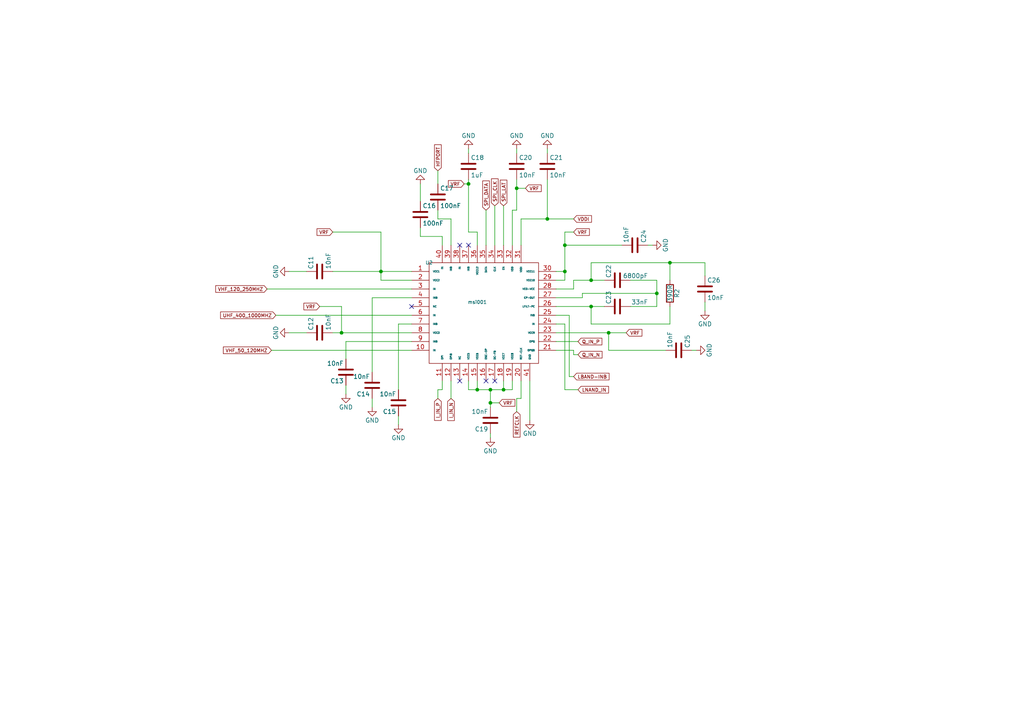
<source format=kicad_sch>
(kicad_sch (version 20211123) (generator eeschema)
  (paper "A4")
  (lib_symbols
    (symbol "Device:C" (pin_numbers hide) (pin_names (offset 0.254))
      (property "Reference" "C" (at 0.635 2.54 0))
      (property "Value" "C" (at 0.635 -2.54 0))
      (symbol "C_0_1"
        (polyline (pts (xy -2.032 -0.762) (xy 2.032 -0.762)) (stroke (width 0.508)))
        (polyline (pts (xy -2.032 0.762) (xy 2.032 0.762)) (stroke (width 0.508)))
      )
      (symbol "C_1_1"
        (pin passive line (at 0 3.81 270) (length 2.794) (name "~") (number "1"))
        (pin passive line (at 0 -3.81 90) (length 2.794) (name "~") (number "2"))
      )
    )
    (symbol "Device:R" (pin_numbers hide) (pin_names (offset 0))
      (property "Reference" "R" (at 2.032 0 90))
      (property "Value" "R" (at 0 0 90))
      (symbol "R_0_1"
        (rectangle (start -1.016 -2.54) (end 1.016 2.54) (stroke (width 0.254)))
      )
      (symbol "R_1_1"
        (pin passive line (at 0 3.81 270) (length 1.27) (name "~") (number "1"))
        (pin passive line (at 0 -3.81 90) (length 1.27) (name "~") (number "2"))
      )
    )
    (symbol "msi001:msi001" (pin_names (offset 1.016))
      (property "Reference" "U" (at 0 0 0))
      (property "Value" "msi001" (at 13.97 -11.43 0))
      (symbol "msi001_0_1"
        (rectangle (start 0 0) (end 31.75 -29.21))
      )
      (symbol "msi001_1_1"
        (pin input line (at -5.08 -2.54 0) (length 5.08) (name "VCC1") (number "1"))
        (pin input line (at -5.08 -25.4 0) (length 5.08) (name "IN") (number "10"))
        (pin input line (at 3.81 -34.29 90) (length 5.08) (name "OPI") (number "11"))
        (pin input line (at 6.35 -34.29 90) (length 5.08) (name "OPIB") (number "12"))
        (pin input line (at 8.89 -34.29 90) (length 5.08) (name "NC") (number "13"))
        (pin input line (at 11.43 -34.29 90) (length 5.08) (name "VCC5") (number "14"))
        (pin input line (at 13.97 -34.29 90) (length 5.08) (name "VCC6") (number "15"))
        (pin input line (at 16.51 -34.29 90) (length 5.08) (name "OSC-OP") (number "16"))
        (pin input line (at 19.05 -34.29 90) (length 5.08) (name "DC-FB") (number "17"))
        (pin input line (at 21.59 -34.29 90) (length 5.08) (name "VCC7") (number "18"))
        (pin input line (at 24.13 -34.29 90) (length 5.08) (name "VCC8") (number "19"))
        (pin input line (at -5.08 -5.08 0) (length 5.08) (name "VCC2") (number "2"))
        (pin input line (at 26.67 -34.29 90) (length 5.08) (name "REF-CLK") (number "20"))
        (pin input line (at 36.83 -25.4 180) (length 5.08) (name "OPQB") (number "21"))
        (pin input line (at 36.83 -22.86 180) (length 5.08) (name "OPQ") (number "22"))
        (pin input line (at 36.83 -20.32 180) (length 5.08) (name "VCC9") (number "23"))
        (pin input line (at 36.83 -17.78 180) (length 5.08) (name "IN") (number "24"))
        (pin input line (at 36.83 -15.24 180) (length 5.08) (name "INB") (number "25"))
        (pin input line (at 36.83 -12.7 180) (length 5.08) (name "LFILT-PC") (number "26"))
        (pin input line (at 36.83 -10.16 180) (length 5.08) (name "CP-OUT") (number "27"))
        (pin input line (at 36.83 -7.62 180) (length 5.08) (name "VCO-VCC") (number "28"))
        (pin input line (at 36.83 -5.08 180) (length 5.08) (name "VCC10") (number "29"))
        (pin input line (at -5.08 -7.62 0) (length 5.08) (name "IN") (number "3"))
        (pin input line (at 36.83 -2.54 180) (length 5.08) (name "VCC11") (number "30"))
        (pin input line (at 26.67 5.08 270) (length 5.08) (name "VDDI") (number "31"))
        (pin input line (at 24.13 5.08 270) (length 5.08) (name "VDD") (number "32"))
        (pin input line (at 21.59 5.08 270) (length 5.08) (name "EN") (number "33"))
        (pin input line (at 19.05 5.08 270) (length 5.08) (name "CLK") (number "34"))
        (pin input line (at 16.51 5.08 270) (length 5.08) (name "DATA") (number "35"))
        (pin input line (at 13.97 5.08 270) (length 5.08) (name "VCC12") (number "36"))
        (pin input line (at 11.43 5.08 270) (length 5.08) (name "INB") (number "37"))
        (pin input line (at 8.89 5.08 270) (length 5.08) (name "IN") (number "38"))
        (pin input line (at 6.35 5.08 270) (length 5.08) (name "INB") (number "39"))
        (pin input line (at -5.08 -10.16 0) (length 5.08) (name "INB") (number "4"))
        (pin input line (at 3.81 5.08 270) (length 5.08) (name "IN") (number "40"))
        (pin input line (at 29.21 -34.29 90) (length 5.08) (name "GND") (number "41"))
        (pin input line (at -5.08 -12.7 0) (length 5.08) (name "NC") (number "5"))
        (pin input line (at -5.08 -15.24 0) (length 5.08) (name "IN") (number "6"))
        (pin input line (at -5.08 -17.78 0) (length 5.08) (name "INB") (number "7"))
        (pin input line (at -5.08 -20.32 0) (length 5.08) (name "VCC3") (number "8"))
        (pin input line (at -5.08 -22.86 0) (length 5.08) (name "INB") (number "9"))
      )
    )
    (symbol "power:GND" (power) (pin_names (offset 0))
      (property "Value" "GND" (at 0 -3.81 0))
      (symbol "GND_0_1"
        (polyline (pts (xy 0 0) (xy 0 -1.27) (xy 1.27 -1.27) (xy 0 -2.54) (xy -1.27 -1.27) (xy 0 -1.27)))
      )
      (symbol "GND_1_1"
        (pin power_in line (at 0 0 270) (length 0) hide (name "GND") (number "1"))
      )
    )
  )
  (junction (at 99.06 96.52))
  (junction (at 163.83 78.74))
  (junction (at 194.31 76.2))
  (junction (at 158.75 63.5))
  (junction (at 142.24 116.84))
  (junction (at 163.83 71.12))
  (junction (at 110.49 78.74))
  (junction (at 171.45 81.28))
  (junction (at 146.05 113.03))
  (junction (at 176.53 96.52))
  (junction (at 135.89 53.34))
  (junction (at 142.24 113.03))
  (junction (at 149.86 54.61))
  (junction (at 171.45 88.9))
  (junction (at 138.43 113.03))
  (junction (at 190.5 85.09))
  (no_connect (at 133.35 71.12))
  (no_connect (at 143.51 110.49))
  (no_connect (at 135.89 71.12))
  (no_connect (at 119.38 88.9))
  (no_connect (at 133.35 110.49))
  (no_connect (at 140.97 110.49))
  (wire (pts (xy 146.05 71.12) (xy 146.05 59.69)))
  (wire (pts (xy 119.38 86.36) (xy 107.95 86.36)))
  (wire (pts (xy 190.5 85.09) (xy 190.5 88.9)))
  (wire (pts (xy 161.29 96.52) (xy 176.53 96.52)))
  (wire (pts (xy 171.45 88.9) (xy 175.26 88.9)))
  (wire (pts (xy 142.24 125.73) (xy 142.24 127)))
  (wire (pts (xy 128.27 110.49) (xy 128.27 113.03)))
  (wire (pts (xy 151.13 115.57) (xy 149.86 115.57)))
  (wire (pts (xy 115.57 93.98) (xy 119.38 93.98)))
  (wire (pts (xy 110.49 78.74) (xy 119.38 78.74)))
  (wire (pts (xy 168.91 85.09) (xy 190.5 85.09)))
  (wire (pts (xy 96.52 96.52) (xy 99.06 96.52)))
  (wire (pts (xy 99.06 96.52) (xy 119.38 96.52)))
  (wire (pts (xy 135.89 110.49) (xy 135.89 113.03)))
  (wire (pts (xy 110.49 78.74) (xy 110.49 81.28)))
  (wire (pts (xy 204.47 76.2) (xy 204.47 80.01)))
  (wire (pts (xy 200.66 101.6) (xy 201.93 101.6)))
  (wire (pts (xy 152.4 54.61) (xy 149.86 54.61)))
  (wire (pts (xy 140.97 71.12) (xy 140.97 60.96)))
  (wire (pts (xy 166.37 102.87) (xy 166.37 101.6)))
  (wire (pts (xy 149.86 60.96) (xy 148.59 60.96)))
  (wire (pts (xy 121.92 58.42) (xy 121.92 53.34)))
  (wire (pts (xy 138.43 113.03) (xy 138.43 110.49)))
  (wire (pts (xy 165.1 109.22) (xy 166.37 109.22)))
  (wire (pts (xy 128.27 113.03) (xy 127 113.03)))
  (wire (pts (xy 163.83 67.31) (xy 163.83 71.12)))
  (wire (pts (xy 167.64 113.03) (xy 163.83 113.03)))
  (wire (pts (xy 121.92 68.58) (xy 121.92 66.04)))
  (wire (pts (xy 135.89 44.45) (xy 135.89 43.18)))
  (wire (pts (xy 171.45 93.98) (xy 171.45 88.9)))
  (wire (pts (xy 166.37 83.82) (xy 161.29 83.82)))
  (wire (pts (xy 151.13 71.12) (xy 151.13 63.5)))
  (wire (pts (xy 135.89 67.31) (xy 135.89 53.34)))
  (wire (pts (xy 135.89 53.34) (xy 135.89 52.07)))
  (wire (pts (xy 166.37 101.6) (xy 161.29 101.6)))
  (wire (pts (xy 153.67 121.92) (xy 153.67 110.49)))
  (wire (pts (xy 115.57 120.65) (xy 115.57 123.19)))
  (wire (pts (xy 115.57 93.98) (xy 115.57 113.03)))
  (wire (pts (xy 127 53.34) (xy 127 49.53)))
  (wire (pts (xy 161.29 91.44) (xy 165.1 91.44)))
  (wire (pts (xy 165.1 91.44) (xy 165.1 109.22)))
  (wire (pts (xy 77.47 83.82) (xy 119.38 83.82)))
  (wire (pts (xy 168.91 86.36) (xy 168.91 85.09)))
  (wire (pts (xy 138.43 113.03) (xy 142.24 113.03)))
  (wire (pts (xy 151.13 63.5) (xy 158.75 63.5)))
  (wire (pts (xy 163.83 81.28) (xy 161.29 81.28)))
  (wire (pts (xy 187.96 71.12) (xy 189.23 71.12)))
  (wire (pts (xy 171.45 81.28) (xy 175.26 81.28)))
  (wire (pts (xy 190.5 88.9) (xy 182.88 88.9)))
  (wire (pts (xy 130.81 63.5) (xy 130.81 71.12)))
  (wire (pts (xy 78.74 101.6) (xy 119.38 101.6)))
  (wire (pts (xy 92.71 88.9) (xy 99.06 88.9)))
  (wire (pts (xy 143.51 71.12) (xy 143.51 59.69)))
  (wire (pts (xy 149.86 115.57) (xy 149.86 119.38)))
  (wire (pts (xy 163.83 93.98) (xy 161.29 93.98)))
  (wire (pts (xy 194.31 93.98) (xy 171.45 93.98)))
  (wire (pts (xy 99.06 88.9) (xy 99.06 96.52)))
  (wire (pts (xy 119.38 99.06) (xy 100.33 99.06)))
  (wire (pts (xy 100.33 111.76) (xy 100.33 114.3)))
  (wire (pts (xy 149.86 52.07) (xy 149.86 54.61)))
  (wire (pts (xy 107.95 86.36) (xy 107.95 107.95)))
  (wire (pts (xy 96.52 78.74) (xy 110.49 78.74)))
  (wire (pts (xy 190.5 81.28) (xy 190.5 85.09)))
  (wire (pts (xy 166.37 81.28) (xy 171.45 81.28)))
  (wire (pts (xy 176.53 96.52) (xy 181.61 96.52)))
  (wire (pts (xy 166.37 81.28) (xy 166.37 83.82)))
  (wire (pts (xy 88.9 78.74) (xy 83.82 78.74)))
  (wire (pts (xy 194.31 76.2) (xy 204.47 76.2)))
  (wire (pts (xy 194.31 76.2) (xy 194.31 81.28)))
  (wire (pts (xy 96.52 67.31) (xy 110.49 67.31)))
  (wire (pts (xy 161.29 88.9) (xy 171.45 88.9)))
  (wire (pts (xy 146.05 110.49) (xy 146.05 113.03)))
  (wire (pts (xy 127 60.96) (xy 127 63.5)))
  (wire (pts (xy 167.64 102.87) (xy 166.37 102.87)))
  (wire (pts (xy 158.75 44.45) (xy 158.75 43.18)))
  (wire (pts (xy 110.49 67.31) (xy 110.49 78.74)))
  (wire (pts (xy 161.29 86.36) (xy 168.91 86.36)))
  (wire (pts (xy 107.95 115.57) (xy 107.95 118.11)))
  (wire (pts (xy 149.86 44.45) (xy 149.86 43.18)))
  (wire (pts (xy 204.47 87.63) (xy 204.47 90.17)))
  (wire (pts (xy 176.53 96.52) (xy 176.53 101.6)))
  (wire (pts (xy 182.88 81.28) (xy 190.5 81.28)))
  (wire (pts (xy 142.24 116.84) (xy 142.24 113.03)))
  (wire (pts (xy 148.59 60.96) (xy 148.59 71.12)))
  (wire (pts (xy 163.83 113.03) (xy 163.83 93.98)))
  (wire (pts (xy 127 113.03) (xy 127 115.57)))
  (wire (pts (xy 151.13 110.49) (xy 151.13 115.57)))
  (wire (pts (xy 138.43 67.31) (xy 135.89 67.31)))
  (wire (pts (xy 158.75 63.5) (xy 158.75 52.07)))
  (wire (pts (xy 194.31 88.9) (xy 194.31 93.98)))
  (wire (pts (xy 127 63.5) (xy 130.81 63.5)))
  (wire (pts (xy 146.05 113.03) (xy 148.59 113.03)))
  (wire (pts (xy 171.45 76.2) (xy 194.31 76.2)))
  (wire (pts (xy 138.43 71.12) (xy 138.43 67.31)))
  (wire (pts (xy 161.29 78.74) (xy 163.83 78.74)))
  (wire (pts (xy 171.45 81.28) (xy 171.45 76.2)))
  (wire (pts (xy 128.27 71.12) (xy 128.27 68.58)))
  (wire (pts (xy 163.83 78.74) (xy 163.83 81.28)))
  (wire (pts (xy 134.62 53.34) (xy 135.89 53.34)))
  (wire (pts (xy 167.64 99.06) (xy 161.29 99.06)))
  (wire (pts (xy 110.49 81.28) (xy 119.38 81.28)))
  (wire (pts (xy 88.9 96.52) (xy 83.82 96.52)))
  (wire (pts (xy 163.83 71.12) (xy 180.34 71.12)))
  (wire (pts (xy 144.78 116.84) (xy 142.24 116.84)))
  (wire (pts (xy 135.89 113.03) (xy 138.43 113.03)))
  (wire (pts (xy 166.37 67.31) (xy 163.83 67.31)))
  (wire (pts (xy 142.24 118.11) (xy 142.24 116.84)))
  (wire (pts (xy 128.27 68.58) (xy 121.92 68.58)))
  (wire (pts (xy 142.24 113.03) (xy 146.05 113.03)))
  (wire (pts (xy 176.53 101.6) (xy 193.04 101.6)))
  (wire (pts (xy 163.83 71.12) (xy 163.83 78.74)))
  (wire (pts (xy 100.33 99.06) (xy 100.33 104.14)))
  (wire (pts (xy 130.81 115.57) (xy 130.81 110.49)))
  (wire (pts (xy 119.38 91.44) (xy 80.01 91.44)))
  (wire (pts (xy 149.86 54.61) (xy 149.86 60.96)))
  (wire (pts (xy 148.59 113.03) (xy 148.59 110.49)))
  (wire (pts (xy 158.75 63.5) (xy 166.37 63.5)))
  (global_label "I_IN_N" (shape input) (at 130.81 115.57 270) (effects (font (size 0.9906 0.9906))) (property "Intersheet References" "${INTERSHEET_REFS}" (effects hide)))
  (global_label "LBAND-INB" (shape input) (at 166.37 109.22 0) (effects (font (size 0.9906 0.9906))) (property "Intersheet References" "${INTERSHEET_REFS}" (effects hide)))
  (global_label "REFCLK" (shape input) (at 149.86 119.38 270) (effects (font (size 0.9906 0.9906))) (property "Intersheet References" "${INTERSHEET_REFS}" (effects hide)))
  (global_label "Q_IN_P" (shape input) (at 167.64 99.06 0) (effects (font (size 0.9906 0.9906))) (property "Intersheet References" "${INTERSHEET_REFS}" (effects hide)))
  (global_label "SPI_DATA" (shape input) (at 140.97 60.96 90) (effects (font (size 0.9906 0.9906))) (property "Intersheet References" "${INTERSHEET_REFS}" (effects hide)))
  (global_label "VRF" (shape input) (at 181.61 96.52 0) (effects (font (size 0.9906 0.9906))) (property "Intersheet References" "${INTERSHEET_REFS}" (effects hide)))
  (global_label "VRF" (shape input) (at 166.37 67.31 0) (effects (font (size 0.9906 0.9906))) (property "Intersheet References" "${INTERSHEET_REFS}" (effects hide)))
  (global_label "UHF_400_1000MHZ" (shape input) (at 80.01 91.44 180) (effects (font (size 0.9906 0.9906))) (property "Intersheet References" "${INTERSHEET_REFS}" (effects hide)))
  (global_label "VRF" (shape input) (at 134.62 53.34 180) (effects (font (size 0.9906 0.9906))) (property "Intersheet References" "${INTERSHEET_REFS}" (effects hide)))
  (global_label "VRF" (shape input) (at 144.78 116.84 0) (effects (font (size 0.9906 0.9906))) (property "Intersheet References" "${INTERSHEET_REFS}" (effects hide)))
  (global_label "SPI_LAT" (shape input) (at 146.05 59.69 90) (effects (font (size 0.9906 0.9906))) (property "Intersheet References" "${INTERSHEET_REFS}" (effects hide)))
  (global_label "VHF_50_120MHZ" (shape input) (at 78.74 101.6 180) (effects (font (size 0.9906 0.9906))) (property "Intersheet References" "${INTERSHEET_REFS}" (effects hide)))
  (global_label "VRF" (shape input) (at 92.71 88.9 180) (effects (font (size 0.9906 0.9906))) (property "Intersheet References" "${INTERSHEET_REFS}" (effects hide)))
  (global_label "VRF" (shape input) (at 96.52 67.31 180) (effects (font (size 0.9906 0.9906))) (property "Intersheet References" "${INTERSHEET_REFS}" (effects hide)))
  (global_label "LNAND_IN" (shape input) (at 167.64 113.03 0) (effects (font (size 0.9906 0.9906))) (property "Intersheet References" "${INTERSHEET_REFS}" (effects hide)))
  (global_label "VDDI" (shape input) (at 166.37 63.5 0) (effects (font (size 0.9906 0.9906))) (property "Intersheet References" "${INTERSHEET_REFS}" (effects hide)))
  (global_label "I_IN_P" (shape input) (at 127 115.57 270) (effects (font (size 0.9906 0.9906))) (property "Intersheet References" "${INTERSHEET_REFS}" (effects hide)))
  (global_label "VRF" (shape input) (at 152.4 54.61 0) (effects (font (size 0.9906 0.9906))) (property "Intersheet References" "${INTERSHEET_REFS}" (effects hide)))
  (global_label "VHF_120_250MHZ" (shape input) (at 77.47 83.82 180) (effects (font (size 0.9906 0.9906))) (property "Intersheet References" "${INTERSHEET_REFS}" (effects hide)))
  (global_label "SPI_CLK" (shape input) (at 143.51 59.69 90) (effects (font (size 0.9906 0.9906))) (property "Intersheet References" "${INTERSHEET_REFS}" (effects hide)))
  (global_label "HFPORT" (shape input) (at 127 49.53 90) (effects (font (size 0.9906 0.9906))) (property "Intersheet References" "${INTERSHEET_REFS}" (effects hide)))
  (global_label "Q_IN_N" (shape input) (at 167.64 102.87 0) (effects (font (size 0.9906 0.9906))) (property "Intersheet References" "${INTERSHEET_REFS}" (effects hide)))
  (symbol (lib_id "power:GND") (at 83.82 78.74 270) (mirror x) (unit 1)
    (property "Reference" "#PWR19" (effects hide))
    (property "Value" "GND" (at 80.01 78.74 0))
  )
  (symbol (lib_id "Device:C") (at 92.71 78.74 90) (unit 1)
    (property "Reference" "C11" (at 90.17 78.105 0) (effects (justify left)))
    (property "Value" "10nF" (at 95.25 78.105 0) (effects (justify left)))
    (property "Footprint" "Capacitors_SMD:C_0603" (effects hide))
  )
  (symbol (lib_id "Device:C") (at 121.92 62.23 0) (unit 1)
    (property "Reference" "C16" (at 122.555 59.69 0) (effects (justify left)))
    (property "Value" "100nF" (at 122.555 64.77 0) (effects (justify left)))
    (property "Footprint" "Capacitors_SMD:C_0603" (effects hide))
  )
  (symbol (lib_id "power:GND") (at 121.92 53.34 0) (mirror x) (unit 1)
    (property "Reference" "#PWR24" (effects hide))
    (property "Value" "GND" (at 121.92 49.53 0))
  )
  (symbol (lib_id "Device:C") (at 127 57.15 0) (unit 1)
    (property "Reference" "C17" (at 127.635 54.61 0) (effects (justify left)))
    (property "Value" "100nF" (at 127.635 59.69 0) (effects (justify left)))
    (property "Footprint" "Capacitors_SMD:C_0603" (effects hide))
  )
  (symbol (lib_id "Device:C") (at 135.89 48.26 0) (unit 1)
    (property "Reference" "C18" (at 136.525 45.72 0) (effects (justify left)))
    (property "Value" "1uF" (at 136.525 50.8 0) (effects (justify left)))
    (property "Footprint" "Capacitors_SMD:C_0805" (effects hide))
  )
  (symbol (lib_id "power:GND") (at 135.89 43.18 0) (mirror x) (unit 1)
    (property "Reference" "#PWR25" (effects hide))
    (property "Value" "GND" (at 135.89 39.37 0))
  )
  (symbol (lib_id "Device:C") (at 149.86 48.26 0) (unit 1)
    (property "Reference" "C20" (at 150.495 45.72 0) (effects (justify left)))
    (property "Value" "10nF" (at 150.495 50.8 0) (effects (justify left)))
    (property "Footprint" "Capacitors_SMD:C_0603" (effects hide))
  )
  (symbol (lib_id "power:GND") (at 149.86 43.18 0) (mirror x) (unit 1)
    (property "Reference" "#PWR27" (effects hide))
    (property "Value" "GND" (at 149.86 39.37 0))
  )
  (symbol (lib_id "Device:C") (at 158.75 48.26 0) (unit 1)
    (property "Reference" "C21" (at 159.385 45.72 0) (effects (justify left)))
    (property "Value" "10nF" (at 159.385 50.8 0) (effects (justify left)))
    (property "Footprint" "Capacitors_SMD:C_0603" (effects hide))
  )
  (symbol (lib_id "power:GND") (at 158.75 43.18 0) (mirror x) (unit 1)
    (property "Reference" "#PWR29" (effects hide))
    (property "Value" "GND" (at 158.75 39.37 0))
  )
  (symbol (lib_id "Device:C") (at 184.15 71.12 270) (mirror x) (unit 1)
    (property "Reference" "C24" (at 186.69 70.485 0) (effects (justify left)))
    (property "Value" "10nF" (at 181.61 70.485 0) (effects (justify left)))
    (property "Footprint" "Capacitors_SMD:C_0603" (effects hide))
  )
  (symbol (lib_id "power:GND") (at 189.23 71.12 90) (unit 1)
    (property "Reference" "#PWR30" (effects hide))
    (property "Value" "GND" (at 193.04 71.12 0))
  )
  (symbol (lib_id "Device:C") (at 179.07 81.28 90) (unit 1)
    (property "Reference" "C22" (at 176.53 80.645 0) (effects (justify left)))
    (property "Value" "6800pF" (at 187.96 80.01 90) (effects (justify left)))
    (property "Footprint" "Capacitors_SMD:C_0603" (effects hide))
  )
  (symbol (lib_id "Device:C") (at 179.07 88.9 90) (unit 1)
    (property "Reference" "C23" (at 176.53 88.265 0) (effects (justify left)))
    (property "Value" "33nF" (at 187.96 87.63 90) (effects (justify left)))
    (property "Footprint" "Capacitors_SMD:C_0603" (effects hide))
  )
  (symbol (lib_id "Device:C") (at 204.47 83.82 0) (unit 1)
    (property "Reference" "C26" (at 205.105 81.28 0) (effects (justify left)))
    (property "Value" "10nF" (at 205.105 86.36 0) (effects (justify left)))
    (property "Footprint" "Capacitors_SMD:C_0603" (effects hide))
  )
  (symbol (lib_id "Device:R") (at 194.31 85.09 0) (unit 1)
    (property "Reference" "R2" (at 196.342 85.09 90))
    (property "Value" "390R" (at 194.31 85.09 90))
    (property "Footprint" "Resistors_SMD:R_0603" (effects hide))
  )
  (symbol (lib_id "power:GND") (at 204.47 90.17 0) (unit 1)
    (property "Reference" "#PWR32" (effects hide))
    (property "Value" "GND" (at 204.47 93.98 0))
  )
  (symbol (lib_id "Device:C") (at 196.85 101.6 270) (mirror x) (unit 1)
    (property "Reference" "C25" (at 199.39 100.965 0) (effects (justify left)))
    (property "Value" "10nF" (at 194.31 100.965 0) (effects (justify left)))
    (property "Footprint" "Capacitors_SMD:C_0603" (effects hide))
  )
  (symbol (lib_id "power:GND") (at 201.93 101.6 90) (unit 1)
    (property "Reference" "#PWR31" (effects hide))
    (property "Value" "GND" (at 205.74 101.6 0))
  )
  (symbol (lib_id "power:GND") (at 153.67 121.92 0) (unit 1)
    (property "Reference" "#PWR28" (effects hide))
    (property "Value" "GND" (at 153.67 125.73 0))
  )
  (symbol (lib_id "Device:C") (at 142.24 121.92 180) (unit 1)
    (property "Reference" "C19" (at 141.605 124.46 0) (effects (justify left)))
    (property "Value" "10nF" (at 141.605 119.38 0) (effects (justify left)))
    (property "Footprint" "Capacitors_SMD:C_0603" (effects hide))
  )
  (symbol (lib_id "power:GND") (at 142.24 127 0) (mirror y) (unit 1)
    (property "Reference" "#PWR26" (effects hide))
    (property "Value" "GND" (at 142.24 130.81 0))
  )
  (symbol (lib_id "power:GND") (at 83.82 96.52 270) (mirror x) (unit 1)
    (property "Reference" "#PWR20" (effects hide))
    (property "Value" "GND" (at 80.01 96.52 0))
  )
  (symbol (lib_id "Device:C") (at 92.71 96.52 90) (unit 1)
    (property "Reference" "C12" (at 90.17 95.885 0) (effects (justify left)))
    (property "Value" "10nF" (at 95.25 95.885 0) (effects (justify left)))
    (property "Footprint" "Capacitors_SMD:C_0603" (effects hide))
  )
  (symbol (lib_id "power:GND") (at 100.33 114.3 0) (mirror y) (unit 1)
    (property "Reference" "#PWR21" (effects hide))
    (property "Value" "GND" (at 100.33 118.11 0))
  )
  (symbol (lib_id "Device:C") (at 100.33 107.95 180) (unit 1)
    (property "Reference" "C13" (at 99.695 110.49 0) (effects (justify left)))
    (property "Value" "10nF" (at 99.695 105.41 0) (effects (justify left)))
    (property "Footprint" "Capacitors_SMD:C_0603" (effects hide))
  )
  (symbol (lib_id "power:GND") (at 107.95 118.11 0) (mirror y) (unit 1)
    (property "Reference" "#PWR22" (effects hide))
    (property "Value" "GND" (at 107.95 121.92 0))
  )
  (symbol (lib_id "Device:C") (at 107.95 111.76 180) (unit 1)
    (property "Reference" "C14" (at 107.315 114.3 0) (effects (justify left)))
    (property "Value" "10nF" (at 107.315 109.22 0) (effects (justify left)))
    (property "Footprint" "Capacitors_SMD:C_0603" (effects hide))
  )
  (symbol (lib_id "power:GND") (at 115.57 123.19 0) (mirror y) (unit 1)
    (property "Reference" "#PWR23" (effects hide))
    (property "Value" "GND" (at 115.57 127 0))
  )
  (symbol (lib_id "Device:C") (at 115.57 116.84 180) (unit 1)
    (property "Reference" "C15" (at 114.935 119.38 0) (effects (justify left)))
    (property "Value" "10nF" (at 114.935 114.3 0) (effects (justify left)))
    (property "Footprint" "Capacitors_SMD:C_0603" (effects hide))
  )
  (symbol (lib_id "msi001:msi001") (at 124.46 76.2 0) (unit 1)
    (property "Reference" "U2" (at 124.46 76.2 0) (effects (font (size 0.9906 0.9906))))
    (property "Value" "msi001" (at 138.43 87.63 0) (effects (font (size 0.9906 0.9906))))
    (property "Footprint" "Housings_DFN_QFN:QFN-40-1EP_6x6mm_Pitch0.5mm" (effects hide))
  )
)
</source>
